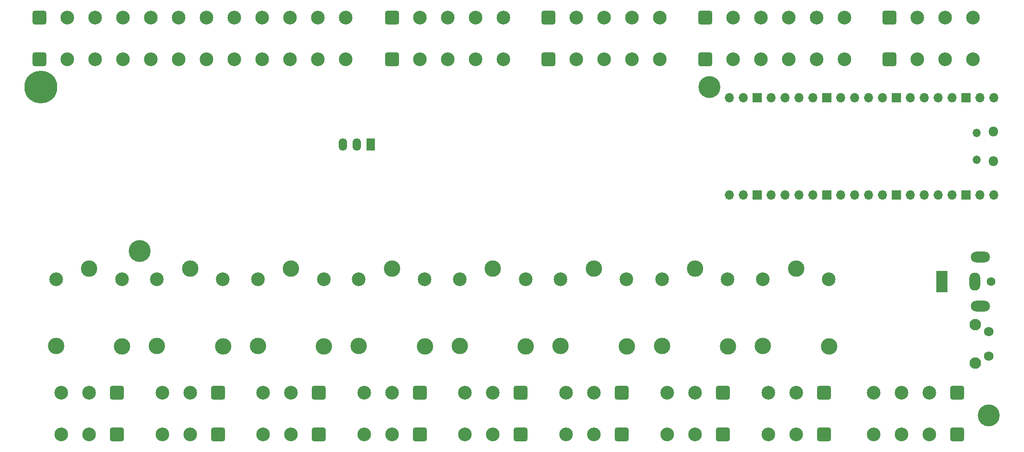
<source format=gbr>
G04 #@! TF.GenerationSoftware,KiCad,Pcbnew,8.0.4-8.0.4-0~ubuntu22.04.1*
G04 #@! TF.CreationDate,2024-08-18T17:23:00+12:00*
G04 #@! TF.ProjectId,PicoPLC,5069636f-504c-4432-9e6b-696361645f70,rev?*
G04 #@! TF.SameCoordinates,Original*
G04 #@! TF.FileFunction,Soldermask,Bot*
G04 #@! TF.FilePolarity,Negative*
%FSLAX46Y46*%
G04 Gerber Fmt 4.6, Leading zero omitted, Abs format (unit mm)*
G04 Created by KiCad (PCBNEW 8.0.4-8.0.4-0~ubuntu22.04.1) date 2024-08-18 17:23:00*
%MOMM*%
%LPD*%
G01*
G04 APERTURE LIST*
G04 Aperture macros list*
%AMRoundRect*
0 Rectangle with rounded corners*
0 $1 Rounding radius*
0 $2 $3 $4 $5 $6 $7 $8 $9 X,Y pos of 4 corners*
0 Add a 4 corners polygon primitive as box body*
4,1,4,$2,$3,$4,$5,$6,$7,$8,$9,$2,$3,0*
0 Add four circle primitives for the rounded corners*
1,1,$1+$1,$2,$3*
1,1,$1+$1,$4,$5*
1,1,$1+$1,$6,$7*
1,1,$1+$1,$8,$9*
0 Add four rect primitives between the rounded corners*
20,1,$1+$1,$2,$3,$4,$5,0*
20,1,$1+$1,$4,$5,$6,$7,0*
20,1,$1+$1,$6,$7,$8,$9,0*
20,1,$1+$1,$8,$9,$2,$3,0*%
G04 Aperture macros list end*
%ADD10C,4.000000*%
%ADD11C,6.000000*%
%ADD12RoundRect,0.359195X-0.890805X-0.890805X0.890805X-0.890805X0.890805X0.890805X-0.890805X0.890805X0*%
%ADD13C,2.500000*%
%ADD14RoundRect,0.359195X0.890805X0.890805X-0.890805X0.890805X-0.890805X-0.890805X0.890805X-0.890805X0*%
%ADD15O,1.800000X1.800000*%
%ADD16O,1.500000X1.500000*%
%ADD17O,1.700000X1.700000*%
%ADD18R,1.700000X1.700000*%
%ADD19C,3.000000*%
%ADD20R,1.500000X2.300000*%
%ADD21O,1.500000X2.300000*%
%ADD22O,3.500000X2.000000*%
%ADD23O,2.000000X3.300000*%
%ADD24R,2.000000X4.000000*%
%ADD25C,1.600000*%
%ADD26C,1.750000*%
%ADD27C,2.100000*%
G04 APERTURE END LIST*
D10*
X233371000Y-136200000D03*
X78371000Y-106200000D03*
D11*
X60371000Y-76200000D03*
D12*
X153035000Y-63500000D03*
X153035000Y-71120000D03*
D13*
X158115000Y-63500000D03*
X158115000Y-71120000D03*
X163195000Y-63500000D03*
X163195000Y-71120000D03*
X168275000Y-63499604D03*
X168275000Y-71119604D03*
X173355000Y-63500000D03*
X173355000Y-71120000D03*
D14*
X227630000Y-139670000D03*
X227630000Y-132050000D03*
D13*
X222550000Y-139670000D03*
X222550000Y-132050000D03*
X217470000Y-139670000D03*
X217470000Y-132050000D03*
X212390000Y-139670396D03*
X212390000Y-132050396D03*
D12*
X215265000Y-63500000D03*
X215265000Y-71120000D03*
D13*
X220345000Y-63500000D03*
X220345000Y-71120000D03*
X225425000Y-63500000D03*
X225425000Y-71120000D03*
X230505000Y-63499604D03*
X230505000Y-71119604D03*
D15*
X234185000Y-84315000D03*
D16*
X231155000Y-84615000D03*
X231155000Y-89465000D03*
D15*
X234185000Y-89765000D03*
D17*
X234315000Y-78150000D03*
X231775000Y-78150000D03*
D18*
X229235000Y-78150000D03*
D17*
X226695000Y-78150000D03*
X224155000Y-78150000D03*
X221615000Y-78150000D03*
X219075000Y-78150000D03*
D18*
X216535000Y-78150000D03*
D17*
X213995000Y-78150000D03*
X211455000Y-78150000D03*
X208915000Y-78150000D03*
X206375000Y-78150000D03*
D18*
X203835000Y-78150000D03*
D17*
X201295000Y-78150000D03*
X198755000Y-78150000D03*
X196215000Y-78150000D03*
X193675000Y-78150000D03*
D18*
X191135000Y-78150000D03*
D17*
X188595000Y-78150000D03*
X186055000Y-78150000D03*
X186055000Y-95930000D03*
X188595000Y-95930000D03*
D18*
X191135000Y-95930000D03*
D17*
X193675000Y-95930000D03*
X196215000Y-95930000D03*
X198755000Y-95930000D03*
X201295000Y-95930000D03*
D18*
X203835000Y-95930000D03*
D17*
X206375000Y-95930000D03*
X208915000Y-95930000D03*
X211455000Y-95930000D03*
X213995000Y-95930000D03*
D18*
X216535000Y-95930000D03*
D17*
X219075000Y-95930000D03*
X221615000Y-95930000D03*
X224155000Y-95930000D03*
X226695000Y-95930000D03*
D18*
X229235000Y-95930000D03*
D17*
X231775000Y-95930000D03*
X234315000Y-95930000D03*
D19*
X161290000Y-109390000D03*
D13*
X155240000Y-111340000D03*
D19*
X155240000Y-123540000D03*
X167290000Y-123590000D03*
D13*
X167240000Y-111340000D03*
D14*
X92710000Y-139670000D03*
X92710000Y-132050000D03*
D13*
X87630000Y-139670000D03*
X87630000Y-132050000D03*
X82550000Y-139670000D03*
X82550000Y-132050000D03*
D14*
X203265000Y-139670000D03*
X203265000Y-132050000D03*
D13*
X198185000Y-139670000D03*
X198185000Y-132050000D03*
X193105000Y-139670000D03*
X193105000Y-132050000D03*
D19*
X142875000Y-109390000D03*
D13*
X136825000Y-111340000D03*
D19*
X136825000Y-123540000D03*
X148875000Y-123590000D03*
D13*
X148825000Y-111340000D03*
D14*
X111125000Y-139670000D03*
X111125000Y-132050000D03*
D13*
X106045000Y-139670000D03*
X106045000Y-132050000D03*
X100965000Y-139670000D03*
X100965000Y-132050000D03*
D14*
X166370000Y-139670000D03*
X166370000Y-132050000D03*
D13*
X161290000Y-139670000D03*
X161290000Y-132050000D03*
X156210000Y-139670000D03*
X156210000Y-132050000D03*
D14*
X147955000Y-139670000D03*
X147955000Y-132050000D03*
D13*
X142875000Y-139670000D03*
X142875000Y-132050000D03*
X137795000Y-139670000D03*
X137795000Y-132050000D03*
D20*
X120557000Y-86692500D03*
D21*
X118017000Y-86692500D03*
X115477000Y-86692500D03*
D12*
X181610000Y-63500000D03*
X181610000Y-71120000D03*
D13*
X186690000Y-63500000D03*
X186690000Y-71120000D03*
X191770000Y-63500000D03*
X191770000Y-71120000D03*
X196850000Y-63499604D03*
X196850000Y-71119604D03*
X201930000Y-63500000D03*
X201930000Y-71120000D03*
X207010000Y-63500000D03*
X207010000Y-71120000D03*
D14*
X129540000Y-139670000D03*
X129540000Y-132050000D03*
D13*
X124460000Y-139670000D03*
X124460000Y-132050000D03*
X119380000Y-139670000D03*
X119380000Y-132050000D03*
D19*
X198185000Y-109390000D03*
D13*
X192135000Y-111340000D03*
D19*
X192135000Y-123540000D03*
X204185000Y-123590000D03*
D13*
X204135000Y-111340000D03*
D19*
X124460000Y-109390000D03*
D13*
X118410000Y-111340000D03*
D19*
X118410000Y-123540000D03*
X130460000Y-123590000D03*
D13*
X130410000Y-111340000D03*
D19*
X69215000Y-109390000D03*
D13*
X63165000Y-111340000D03*
D19*
X63165000Y-123540000D03*
X75215000Y-123590000D03*
D13*
X75165000Y-111340000D03*
D14*
X74295000Y-139700000D03*
X74295000Y-132080000D03*
D13*
X69215000Y-139700000D03*
X69215000Y-132080000D03*
X64135000Y-139700000D03*
X64135000Y-132080000D03*
D12*
X60110000Y-63500000D03*
X60110000Y-71120000D03*
D13*
X65190000Y-63500000D03*
X65190000Y-71120000D03*
X70270000Y-63500000D03*
X70270000Y-71120000D03*
X75350000Y-63499604D03*
X75350000Y-71119604D03*
X80430000Y-63500000D03*
X80430000Y-71120000D03*
X85510000Y-63500000D03*
X85510000Y-71120000D03*
X90590000Y-63500000D03*
X90590000Y-71120000D03*
X95670000Y-63500000D03*
X95670000Y-71120000D03*
X100750000Y-63500000D03*
X100750000Y-71120000D03*
X105830000Y-63499604D03*
X105830000Y-71119604D03*
X110910000Y-63500000D03*
X110910000Y-71120000D03*
X115990000Y-63500000D03*
X115990000Y-71120000D03*
D22*
X231798000Y-107260000D03*
X231798000Y-116260000D03*
D23*
X230798000Y-111760000D03*
D24*
X224798000Y-111760000D03*
D25*
X233798000Y-111760000D03*
D19*
X179770000Y-109390000D03*
D13*
X173720000Y-111340000D03*
D19*
X173720000Y-123540000D03*
X185770000Y-123590000D03*
D13*
X185720000Y-111340000D03*
D12*
X124460000Y-63500000D03*
X124460000Y-71120000D03*
D13*
X129540000Y-63500000D03*
X129540000Y-71120000D03*
X134620000Y-63500000D03*
X134620000Y-71120000D03*
X139700000Y-63499604D03*
X139700000Y-71119604D03*
X144780000Y-63500000D03*
X144780000Y-71120000D03*
D19*
X87630000Y-109390000D03*
D13*
X81580000Y-111340000D03*
D19*
X81580000Y-123540000D03*
X93630000Y-123590000D03*
D13*
X93580000Y-111340000D03*
D26*
X233345000Y-125415000D03*
X233345000Y-120915000D03*
D27*
X230855000Y-126675000D03*
X230855000Y-119665000D03*
D19*
X106045000Y-109390000D03*
D13*
X99995000Y-111340000D03*
D19*
X99995000Y-123540000D03*
X112045000Y-123590000D03*
D13*
X111995000Y-111340000D03*
D14*
X184850000Y-139670000D03*
X184850000Y-132050000D03*
D13*
X179770000Y-139670000D03*
X179770000Y-132050000D03*
X174690000Y-139670000D03*
X174690000Y-132050000D03*
D10*
X182371000Y-76200000D03*
M02*

</source>
